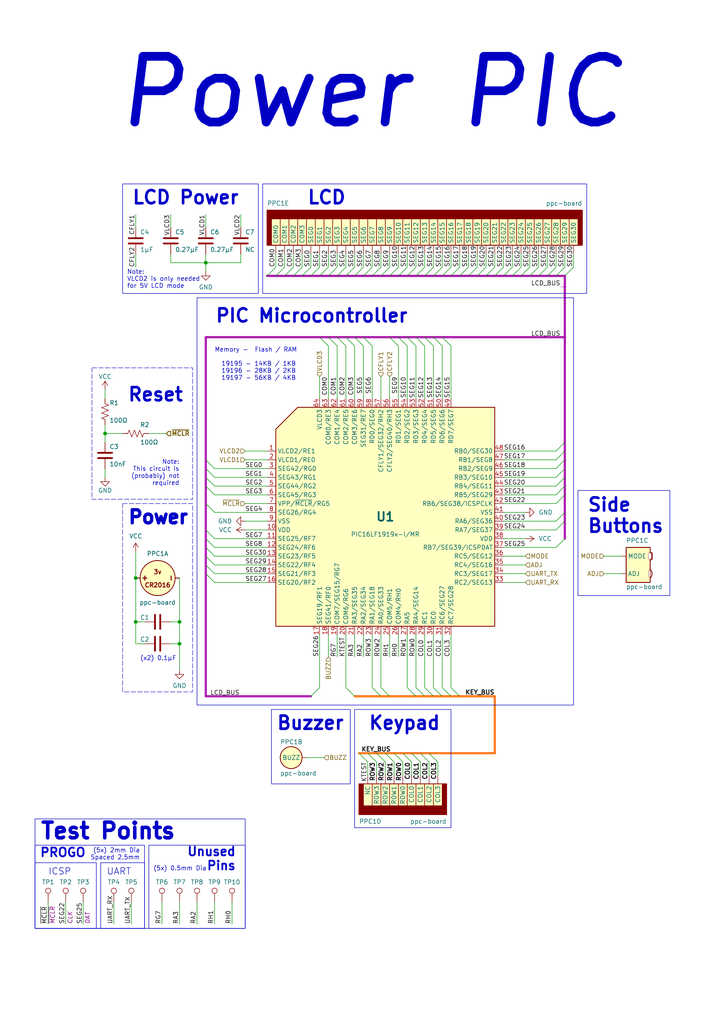
<source format=kicad_sch>
(kicad_sch (version 20220126) (generator eeschema)
  (paper "A4" portrait)
  (title_block (title "Power PIC Calculator Watch") (date "2022-02-07") (rev "1.0") (comment 1 "Designed by Rex McKinnon <0xff@rexploits.com>") (comment 2 "Thanks to Travis for the GoodWatch and nice Casio footprints") (comment 3 "Sheet: 1 / 1"))
  (junction (at 39.37 167.64))
  (junction (at 163.83 83.185) (diameter 0.635) (color 162 18 165 1))
  (junction (at 163.83 97.79) (diameter 0.635) (color 162 18 165 1))
  (junction (at 52.07 186.69))
  (junction (at 52.07 180.34))
  (junction (at 59.69 76.2))
  (junction (at 39.37 180.34))
  (junction (at 30.48 125.73))
  (bus_entry (at 104.14 218.44) (size 2.54 2.54))
  (bus_entry (at 163.83 148.59) (size -2.54 2.54))
  (bus_entry (at 161.29 80.01) (size 2.54 -2.54))
  (bus_entry (at 148.59 80.01) (size 2.54 -2.54))
  (bus_entry (at 100.33 199.39) (size 2.54 2.54))
  (bus_entry (at 59.69 146.05) (size 2.54 2.54))
  (bus_entry (at 151.13 80.01) (size 2.54 -2.54))
  (bus_entry (at 163.83 130.81) (size -2.54 2.54))
  (bus_entry (at 59.69 156.21) (size 2.54 2.54))
  (bus_entry (at 105.41 80.01) (size 2.54 -2.54))
  (bus_entry (at 59.69 166.37) (size 2.54 2.54))
  (bus_entry (at 158.75 80.01) (size 2.54 -2.54))
  (bus_entry (at 102.87 80.01) (size 2.54 -2.54))
  (bus_entry (at 156.21 80.01) (size 2.54 -2.54))
  (bus_entry (at 92.71 97.79) (size 2.54 2.54))
  (bus_entry (at 128.27 80.01) (size 2.54 -2.54))
  (bus_entry (at 85.09 80.01) (size 2.54 -2.54))
  (bus_entry (at 80.01 80.01) (size 2.54 -2.54))
  (bus_entry (at 82.55 80.01) (size 2.54 -2.54))
  (bus_entry (at 95.25 80.01) (size 2.54 -2.54))
  (bus_entry (at 97.79 80.01) (size 2.54 -2.54))
  (bus_entry (at 92.71 80.01) (size 2.54 -2.54))
  (bus_entry (at 90.17 80.01) (size 2.54 -2.54))
  (bus_entry (at 87.63 80.01) (size 2.54 -2.54))
  (bus_entry (at 77.47 80.01) (size 2.54 -2.54))
  (bus_entry (at 123.19 199.39) (size 2.54 2.54))
  (bus_entry (at 125.73 199.39) (size 2.54 2.54))
  (bus_entry (at 130.81 199.39) (size 2.54 2.54))
  (bus_entry (at 128.27 199.39) (size 2.54 2.54))
  (bus_entry (at 113.03 97.79) (size 2.54 2.54))
  (bus_entry (at 138.43 80.01) (size 2.54 -2.54))
  (bus_entry (at 102.87 97.79) (size 2.54 2.54))
  (bus_entry (at 59.69 163.83) (size 2.54 2.54))
  (bus_entry (at 163.83 135.89) (size -2.54 2.54))
  (bus_entry (at 118.11 80.01) (size 2.54 -2.54))
  (bus_entry (at 163.83 138.43) (size -2.54 2.54))
  (bus_entry (at 97.79 97.79) (size 2.54 2.54))
  (bus_entry (at 59.69 158.75) (size 2.54 2.54))
  (bus_entry (at 146.05 80.01) (size 2.54 -2.54))
  (bus_entry (at 115.57 97.79) (size 2.54 2.54))
  (bus_entry (at 116.84 218.44) (size 2.54 2.54))
  (bus_entry (at 119.38 218.44) (size 2.54 2.54))
  (bus_entry (at 121.92 218.44) (size 2.54 2.54))
  (bus_entry (at 124.46 218.44) (size 2.54 2.54))
  (bus_entry (at 114.3 218.44) (size 2.54 2.54))
  (bus_entry (at 106.68 218.44) (size 2.54 2.54))
  (bus_entry (at 109.22 218.44) (size 2.54 2.54))
  (bus_entry (at 111.76 218.44) (size 2.54 2.54))
  (bus_entry (at 163.83 156.21) (size -2.54 2.54))
  (bus_entry (at 105.41 97.79) (size 2.54 2.54))
  (bus_entry (at 59.69 135.89) (size 2.54 2.54))
  (bus_entry (at 120.65 97.79) (size 2.54 2.54))
  (bus_entry (at 128.27 97.79) (size 2.54 2.54))
  (bus_entry (at 123.19 97.79) (size 2.54 2.54))
  (bus_entry (at 125.73 97.79) (size 2.54 2.54))
  (bus_entry (at 163.83 80.01) (size 2.54 -2.54))
  (bus_entry (at 153.67 80.01) (size 2.54 -2.54))
  (bus_entry (at 163.83 128.27) (size -2.54 2.54))
  (bus_entry (at 110.49 80.01) (size 2.54 -2.54))
  (bus_entry (at 59.69 138.43) (size 2.54 2.54))
  (bus_entry (at 123.19 80.01) (size 2.54 -2.54))
  (bus_entry (at 140.97 80.01) (size 2.54 -2.54))
  (bus_entry (at 59.69 133.35) (size 2.54 2.54))
  (bus_entry (at 163.83 151.13) (size -2.54 2.54))
  (bus_entry (at 163.83 133.35) (size -2.54 2.54))
  (bus_entry (at 118.11 97.79) (size 2.54 2.54))
  (bus_entry (at 125.73 80.01) (size 2.54 -2.54))
  (bus_entry (at 143.51 80.01) (size 2.54 -2.54))
  (bus_entry (at 100.33 97.79) (size 2.54 2.54))
  (bus_entry (at 59.69 140.97) (size 2.54 2.54))
  (bus_entry (at 100.33 80.01) (size 2.54 -2.54))
  (bus_entry (at 115.57 80.01) (size 2.54 -2.54))
  (bus_entry (at 118.11 199.39) (size 2.54 2.54))
  (bus_entry (at 110.49 199.39) (size 2.54 2.54))
  (bus_entry (at 120.65 199.39) (size 2.54 2.54))
  (bus_entry (at 107.95 199.39) (size 2.54 2.54))
  (bus_entry (at 59.69 161.29) (size 2.54 2.54))
  (bus_entry (at 95.25 97.79) (size 2.54 2.54))
  (bus_entry (at 59.69 153.67) (size 2.54 2.54))
  (bus_entry (at 120.65 80.01) (size 2.54 -2.54))
  (bus_entry (at 113.03 80.01) (size 2.54 -2.54))
  (bus_entry (at 92.71 199.39) (size -2.54 2.54))
  (bus_entry (at 107.95 80.01) (size 2.54 -2.54))
  (bus_entry (at 135.89 80.01) (size 2.54 -2.54))
  (bus_entry (at 163.83 140.97) (size -2.54 2.54))
  (bus_entry (at 133.35 80.01) (size 2.54 -2.54))
  (bus_entry (at 130.81 80.01) (size 2.54 -2.54))
  (bus_entry (at 163.83 143.51) (size -2.54 2.54))
  (wire (pts (xy 163.83 73.66) (xy 163.83 77.47)))
  (wire (pts (xy 161.29 73.66) (xy 161.29 77.47)))
  (bus (pts (xy 92.71 97.79) (xy 95.25 97.79)) (stroke (width 0.635) (color 162 18 165 1)))
  (bus (pts (xy 59.69 140.97) (xy 59.69 146.05)) (stroke (width 0.635) (color 162 18 165 1)))
  (wire (pts (xy 153.67 73.66) (xy 153.67 77.47)))
  (wire (pts (xy 161.29 138.43) (xy 146.05 138.43)))
  (wire (pts (xy 102.87 73.66) (xy 102.87 77.47)))
  (bus (pts (xy 118.11 97.79) (xy 115.57 97.79)) (stroke (width 0.635) (color 162 18 165 1)))
  (bus (pts (xy 163.83 97.79) (xy 163.83 128.27)) (stroke (width 0.635) (color 162 18 165 1)))
  (wire (pts (xy 69.85 73.66) (xy 69.85 76.2)))
  (wire (pts (xy 115.57 100.33) (xy 115.57 115.57)))
  (bus (pts (xy 113.03 97.79) (xy 115.57 97.79)) (stroke (width 0.635) (color 162 18 165 1)))
  (bus (pts (xy 130.81 201.93) (xy 128.27 201.93)) (stroke (width 0.635) (color 255 109 13 1)))
  (wire (pts (xy 110.49 115.57) (xy 110.49 109.22)))
  (wire (pts (xy 118.11 184.15) (xy 118.11 199.39)))
  (bus (pts (xy 110.49 80.01) (xy 107.95 80.01)) (stroke (width 0.635) (color 162 18 165 1)))
  (bus (pts (xy 100.33 80.01) (xy 97.79 80.01)) (stroke (width 0.635) (color 162 18 165 1)))
  (wire (pts (xy 128.27 184.15) (xy 128.27 199.39)))
  (wire (pts (xy 95.25 73.66) (xy 95.25 77.47)))
  (bus (pts (xy 59.69 97.79) (xy 92.71 97.79)) (stroke (width 0.635) (color 162 18 165 1)))
  (wire (pts (xy 62.23 138.43) (xy 77.47 138.43)))
  (wire (pts (xy 30.48 113.03) (xy 30.48 115.57)))
  (wire (pts (xy 140.97 73.66) (xy 140.97 77.47)))
  (wire (pts (xy 30.48 138.43) (xy 30.48 135.89)))
  (wire (pts (xy 107.95 184.15) (xy 107.95 199.39)))
  (wire (pts (xy 161.29 158.75) (xy 146.05 158.75)))
  (bus (pts (xy 59.69 133.35) (xy 59.69 97.79)) (stroke (width 0.635) (color 162 18 165 1)))
  (bus (pts (xy 163.83 128.27) (xy 163.83 130.81)) (stroke (width 0.635) (color 162 18 165 1)))
  (wire (pts (xy 107.95 73.66) (xy 107.95 77.47)))
  (wire (pts (xy 118.11 73.66) (xy 118.11 77.47)))
  (wire (pts (xy 49.53 66.04) (xy 49.53 62.23)))
  (wire (pts (xy 97.79 100.33) (xy 97.79 115.57)))
  (wire (pts (xy 175.26 161.29) (xy 180.34 161.29)))
  (wire (pts (xy 133.35 73.66) (xy 133.35 77.47)))
  (bus (pts (xy 162.56 83.185) (xy 163.83 83.185)) (stroke (width 0.0002) (color 162 18 165 0.26)))
  (bus (pts (xy 105.41 97.79) (xy 102.87 97.79)) (stroke (width 0.635) (color 162 18 165 1)))
  (bus (pts (xy 97.79 80.01) (xy 95.25 80.01)) (stroke (width 0.635) (color 162 18 165 1)))
  (bus (pts (xy 59.69 146.05) (xy 59.69 153.67)) (stroke (width 0.635) (color 162 18 165 1)))
  (bus (pts (xy 119.38 218.44) (xy 121.92 218.44)) (stroke (width 0.6096) (color 255 109 13 1)))
  (bus (pts (xy 143.51 201.93) (xy 133.35 201.93)) (stroke (width 0.635) (color 255 109 13 1)))
  (bus (pts (xy 102.87 97.79) (xy 100.33 97.79)) (stroke (width 0.635) (color 162 18 165 1)))
  (wire (pts (xy 120.65 73.66) (xy 120.65 77.47)))
  (bus (pts (xy 148.59 80.01) (xy 146.05 80.01)) (stroke (width 0.635) (color 162 18 165 1)))
  (wire (pts (xy 71.12 130.81) (xy 77.47 130.81)))
  (wire (pts (xy 92.71 184.15) (xy 92.71 199.39)))
  (wire (pts (xy 120.65 184.15) (xy 120.65 199.39)))
  (bus (pts (xy 163.83 80.01) (xy 163.83 83.185)) (stroke (width 0.635) (color 162 18 165 1)))
  (wire (pts (xy 148.59 73.66) (xy 148.59 77.47)))
  (bus (pts (xy 120.65 201.93) (xy 123.19 201.93)) (stroke (width 0.635) (color 255 109 13 1)))
  (wire (pts (xy 123.19 73.66) (xy 123.19 77.47)))
  (wire (pts (xy 95.25 190.5) (xy 95.25 184.15)))
  (wire (pts (xy 52.07 167.64) (xy 52.07 180.34)))
  (bus (pts (xy 59.69 201.93) (xy 90.17 201.93)) (stroke (width 0.635) (color 162 18 165 1)))
  (wire (pts (xy 24.13 261.62) (xy 24.13 267.97)))
  (wire (pts (xy 62.23 156.21) (xy 77.47 156.21)))
  (wire (pts (xy 161.29 133.35) (xy 146.05 133.35)))
  (wire (pts (xy 128.27 100.33) (xy 128.27 115.57)))
  (wire (pts (xy 105.41 100.33) (xy 105.41 115.57)))
  (bus (pts (xy 114.3 218.44) (xy 116.84 218.44)) (stroke (width 0.6096) (color 255 109 13 1)))
  (bus (pts (xy 120.65 80.01) (xy 118.11 80.01)) (stroke (width 0.635) (color 162 18 165 1)))
  (wire (pts (xy 71.12 153.67) (xy 77.47 153.67)))
  (wire (pts (xy 125.73 73.66) (xy 125.73 77.47)))
  (bus (pts (xy 102.87 201.93) (xy 110.49 201.93)) (stroke (width 0.635) (color 255 109 13 1)))
  (wire (pts (xy 59.69 62.23) (xy 59.69 66.04)))
  (wire (pts (xy 114.3 220.98) (xy 114.3 224.79)))
  (bus (pts (xy 115.57 80.01) (xy 113.03 80.01)) (stroke (width 0.635) (color 162 18 165 1)))
  (wire (pts (xy 138.43 73.66) (xy 138.43 77.47)))
  (wire (pts (xy 69.85 62.23) (xy 69.85 66.04)))
  (bus (pts (xy 125.73 80.01) (xy 123.19 80.01)) (stroke (width 0.635) (color 162 18 165 1)))
  (bus (pts (xy 123.19 201.93) (xy 125.73 201.93)) (stroke (width 0.635) (color 255 109 13 1)))
  (wire (pts (xy 105.41 73.66) (xy 105.41 77.47)))
  (bus (pts (xy 59.69 138.43) (xy 59.69 135.89)) (stroke (width 0.635) (color 162 18 165 1)))
  (wire (pts (xy 49.53 180.34) (xy 52.07 180.34)))
  (wire (pts (xy 62.23 161.29) (xy 77.47 161.29)))
  (bus (pts (xy 163.83 148.59) (xy 163.83 143.51)) (stroke (width 0.635) (color 162 18 165 1)))
  (bus (pts (xy 135.89 80.01) (xy 133.35 80.01)) (stroke (width 0.635) (color 162 18 165 1)))
  (wire (pts (xy 146.05 156.21) (xy 152.4 156.21)))
  (wire (pts (xy 161.29 143.51) (xy 146.05 143.51)))
  (wire (pts (xy 102.87 100.33) (xy 102.87 115.57)))
  (wire (pts (xy 113.03 73.66) (xy 113.03 77.47)))
  (wire (pts (xy 39.37 160.02) (xy 39.37 167.64)))
  (wire (pts (xy 43.18 125.73) (xy 48.26 125.73)))
  (bus (pts (xy 120.65 97.79) (xy 118.11 97.79)) (stroke (width 0.635) (color 162 18 165 1)))
  (wire (pts (xy 115.57 73.66) (xy 115.57 77.47)))
  (wire (pts (xy 62.23 148.59) (xy 77.47 148.59)))
  (wire (pts (xy 30.48 125.73) (xy 30.48 128.27)))
  (wire (pts (xy 152.4 163.83) (xy 146.05 163.83)))
  (wire (pts (xy 106.68 220.98) (xy 106.68 224.79)))
  (bus (pts (xy 82.55 80.01) (xy 80.01 80.01)) (stroke (width 0.635) (color 162 18 165 1)))
  (bus (pts (xy 146.05 80.01) (xy 143.51 80.01)) (stroke (width 0.635) (color 162 18 165 1)))
  (wire (pts (xy 39.37 180.34) (xy 41.91 180.34)))
  (wire (pts (xy 146.05 73.66) (xy 146.05 77.47)))
  (bus (pts (xy 116.84 218.44) (xy 119.38 218.44)) (stroke (width 0.6096) (color 255 109 13 1)))
  (wire (pts (xy 39.37 167.64) (xy 39.37 180.34)))
  (wire (pts (xy 175.26 166.37) (xy 180.34 166.37)))
  (wire (pts (xy 125.73 184.15) (xy 125.73 199.39)))
  (wire (pts (xy 92.71 115.57) (xy 92.71 109.22)))
  (wire (pts (xy 119.38 220.98) (xy 119.38 224.79)))
  (bus (pts (xy 161.29 80.01) (xy 158.75 80.01)) (stroke (width 0.635) (color 162 18 165 1)))
  (wire (pts (xy 111.76 220.98) (xy 111.76 224.79)))
  (wire (pts (xy 52.07 261.62) (xy 52.07 267.97)))
  (bus (pts (xy 59.69 156.21) (xy 59.69 153.67)) (stroke (width 0.635) (color 162 18 165 1)))
  (wire (pts (xy 120.65 100.33) (xy 120.65 115.57)))
  (wire (pts (xy 152.4 168.91) (xy 146.05 168.91)))
  (bus (pts (xy 163.83 133.35) (xy 163.83 135.89)) (stroke (width 0.635) (color 162 18 165 1)))
  (wire (pts (xy 95.25 100.33) (xy 95.25 115.57)))
  (wire (pts (xy 97.79 184.15) (xy 97.79 190.5)))
  (bus (pts (xy 128.27 97.79) (xy 163.83 97.79)) (stroke (width 0.635) (color 162 18 165 1)))
  (wire (pts (xy 49.53 76.2) (xy 59.69 76.2)))
  (wire (pts (xy 71.12 151.13) (xy 77.47 151.13)))
  (bus (pts (xy 124.46 218.44) (xy 143.51 218.44)) (stroke (width 0.6096) (color 255 109 13 1)))
  (wire (pts (xy 146.05 166.37) (xy 152.4 166.37)))
  (wire (pts (xy 57.15 261.62) (xy 57.15 267.97)))
  (bus (pts (xy 95.25 80.01) (xy 92.71 80.01)) (stroke (width 0.635) (color 162 18 165 1)))
  (bus (pts (xy 100.33 97.79) (xy 97.79 97.79)) (stroke (width 0.635) (color 162 18 165 1)))
  (wire (pts (xy 161.29 135.89) (xy 146.05 135.89)))
  (wire (pts (xy 62.23 163.83) (xy 77.47 163.83)))
  (bus (pts (xy 59.69 201.93) (xy 59.69 166.37)) (stroke (width 0.635) (color 162 18 165 1)))
  (wire (pts (xy 130.81 73.66) (xy 130.81 77.47)))
  (bus (pts (xy 59.69 161.29) (xy 59.69 163.83)) (stroke (width 0.635) (color 162 18 165 1)))
  (wire (pts (xy 87.63 73.66) (xy 87.63 77.47)))
  (wire (pts (xy 85.09 73.66) (xy 85.09 77.47)))
  (wire (pts (xy 80.01 73.66) (xy 80.01 77.47)))
  (wire (pts (xy 107.95 100.33) (xy 107.95 115.57)))
  (bus (pts (xy 109.22 218.44) (xy 111.76 218.44)) (stroke (width 0.6096) (color 255 109 13 1)))
  (bus (pts (xy 59.69 158.75) (xy 59.69 156.21)) (stroke (width 0.635) (color 162 18 165 1)))
  (wire (pts (xy 152.4 161.29) (xy 146.05 161.29)))
  (bus (pts (xy 85.09 80.01) (xy 82.55 80.01)) (stroke (width 0.635) (color 162 18 165 1)))
  (wire (pts (xy 123.19 184.15) (xy 123.19 199.39)))
  (wire (pts (xy 39.37 186.69) (xy 41.91 186.69)))
  (wire (pts (xy 100.33 184.15) (xy 100.33 199.39)))
  (bus (pts (xy 105.41 97.79) (xy 113.03 97.79)) (stroke (width 0.635) (color 162 18 165 1)))
  (wire (pts (xy 128.27 73.66) (xy 128.27 77.47)))
  (bus (pts (xy 113.03 201.93) (xy 120.65 201.93)) (stroke (width 0.635) (color 255 109 13 1)))
  (wire (pts (xy 39.37 62.23) (xy 39.37 66.04)))
  (bus (pts (xy 80.01 80.01) (xy 77.47 80.01)) (stroke (width 0.635) (color 162 18 165 1)))
  (bus (pts (xy 59.69 163.83) (xy 59.69 166.37)) (stroke (width 0.635) (color 162 18 165 1)))
  (wire (pts (xy 110.49 73.66) (xy 110.49 77.47)))
  (bus (pts (xy 104.14 218.44) (xy 106.68 218.44)) (stroke (width 0.6096) (color 255 109 13 1)))
  (wire (pts (xy 143.51 73.66) (xy 143.51 77.47)))
  (bus (pts (xy 113.03 80.01) (xy 110.49 80.01)) (stroke (width 0.635) (color 162 18 165 1)))
  (wire (pts (xy 118.11 100.33) (xy 118.11 115.57)))
  (wire (pts (xy 151.13 73.66) (xy 151.13 77.47)))
  (wire (pts (xy 158.75 73.66) (xy 158.75 77.47)))
  (bus (pts (xy 133.35 201.93) (xy 130.81 201.93)) (stroke (width 0.635) (color 255 109 13 1)))
  (bus (pts (xy 163.83 156.21) (xy 163.83 151.13)) (stroke (width 0.635) (color 162 18 165 1)))
  (wire (pts (xy 62.23 166.37) (xy 77.47 166.37)))
  (bus (pts (xy 163.83 83.185) (xy 163.83 97.79)) (stroke (width 0.635) (color 162 18 165 1)))
  (wire (pts (xy 90.17 73.66) (xy 90.17 77.47)))
  (bus (pts (xy 107.95 80.01) (xy 105.41 80.01)) (stroke (width 0.635) (color 162 18 165 1)))
  (wire (pts (xy 59.69 76.2) (xy 59.69 78.74)))
  (bus (pts (xy 110.49 201.93) (xy 113.03 201.93)) (stroke (width 0.635) (color 255 109 13 1)))
  (wire (pts (xy 62.23 168.91) (xy 77.47 168.91)))
  (bus (pts (xy 163.83 138.43) (xy 163.83 140.97)) (stroke (width 0.635) (color 162 18 165 1)))
  (bus (pts (xy 140.97 80.01) (xy 138.43 80.01)) (stroke (width 0.635) (color 162 18 165 1)))
  (wire (pts (xy 115.57 184.15) (xy 115.57 190.5)))
  (wire (pts (xy 100.33 100.33) (xy 100.33 115.57)))
  (bus (pts (xy 106.68 218.44) (xy 109.22 218.44)) (stroke (width 0.6096) (color 255 109 13 1)))
  (wire (pts (xy 113.03 115.57) (xy 113.03 109.22)))
  (wire (pts (xy 46.99 261.62) (xy 46.99 267.97)))
  (wire (pts (xy 77.47 146.05) (xy 71.12 146.05)))
  (bus (pts (xy 143.51 218.44) (xy 143.51 201.93)) (stroke (width 0.6096) (color 255 109 13 1)))
  (bus (pts (xy 105.41 80.01) (xy 102.87 80.01)) (stroke (width 0.635) (color 162 18 165 1)))
  (wire (pts (xy 105.41 184.15) (xy 105.41 190.5)))
  (wire (pts (xy 116.84 220.98) (xy 116.84 224.79)))
  (wire (pts (xy 110.49 184.15) (xy 110.49 199.39)))
  (wire (pts (xy 97.79 73.66) (xy 97.79 77.47)))
  (wire (pts (xy 38.1 261.62) (xy 38.1 267.97)))
  (wire (pts (xy 82.55 73.66) (xy 82.55 77.47)))
  (bus (pts (xy 87.63 80.01) (xy 85.09 80.01)) (stroke (width 0.635) (color 162 18 165 1)))
  (wire (pts (xy 102.87 184.15) (xy 102.87 190.5)))
  (wire (pts (xy 135.89 73.66) (xy 135.89 77.47)))
  (bus (pts (xy 163.83 140.97) (xy 163.83 143.51)) (stroke (width 0.635) (color 162 18 165 1)))
  (wire (pts (xy 30.48 125.73) (xy 35.56 125.73)))
  (wire (pts (xy 121.92 220.98) (xy 121.92 224.79)))
  (bus (pts (xy 163.83 80.01) (xy 161.29 80.01)) (stroke (width 0.635) (color 162 18 165 1)))
  (bus (pts (xy 95.25 97.79) (xy 97.79 97.79)) (stroke (width 0.635) (color 162 18 165 1)))
  (wire (pts (xy 77.47 133.35) (xy 71.12 133.35)))
  (bus (pts (xy 151.13 80.01) (xy 148.59 80.01)) (stroke (width 0.635) (color 162 18 165 1)))
  (wire (pts (xy 39.37 77.47) (xy 39.37 73.66)))
  (bus (pts (xy 90.17 80.01) (xy 87.63 80.01)) (stroke (width 0.635) (color 162 18 165 1)))
  (wire (pts (xy 62.23 140.97) (xy 77.47 140.97)))
  (wire (pts (xy 130.81 184.15) (xy 130.81 199.39)))
  (bus (pts (xy 156.21 80.01) (xy 153.67 80.01)) (stroke (width 0.635) (color 162 18 165 1)))
  (wire (pts (xy 33.02 261.62) (xy 33.02 267.97)))
  (wire (pts (xy 62.23 158.75) (xy 77.47 158.75)))
  (wire (pts (xy 146.05 148.59) (xy 152.4 148.59)))
  (bus (pts (xy 59.69 140.97) (xy 59.69 138.43)) (stroke (width 0.635) (color 162 18 165 1)))
  (bus (pts (xy 125.73 97.79) (xy 123.19 97.79)) (stroke (width 0.635) (color 162 18 165 1)))
  (bus (pts (xy 130.81 80.01) (xy 128.27 80.01)) (stroke (width 0.635) (color 162 18 165 1)))
  (wire (pts (xy 161.29 130.81) (xy 146.05 130.81)))
  (wire (pts (xy 59.69 76.2) (xy 69.85 76.2)))
  (wire (pts (xy 124.46 220.98) (xy 124.46 224.79)))
  (wire (pts (xy 62.23 261.62) (xy 62.23 267.97)))
  (wire (pts (xy 19.05 261.62) (xy 19.05 267.97)))
  (bus (pts (xy 121.92 218.44) (xy 124.46 218.44)) (stroke (width 0.6096) (color 255 109 13 1)))
  (bus (pts (xy 128.27 97.79) (xy 125.73 97.79)) (stroke (width 0.635) (color 162 18 165 1)))
  (bus (pts (xy 158.75 80.01) (xy 156.21 80.01)) (stroke (width 0.635) (color 162 18 165 1)))
  (wire (pts (xy 100.33 73.66) (xy 100.33 77.47)))
  (wire (pts (xy 62.23 143.51) (xy 77.47 143.51)))
  (wire (pts (xy 30.48 123.19) (xy 30.48 125.73)))
  (wire (pts (xy 125.73 100.33) (xy 125.73 115.57)))
  (bus (pts (xy 92.71 80.01) (xy 90.17 80.01)) (stroke (width 0.635) (color 162 18 165 1)))
  (wire (pts (xy 39.37 180.34) (xy 39.37 186.69)))
  (wire (pts (xy 13.97 261.62) (xy 13.97 267.97)))
  (wire (pts (xy 52.07 186.69) (xy 52.07 194.31)))
  (bus (pts (xy 118.11 80.01) (xy 115.57 80.01)) (stroke (width 0.635) (color 162 18 165 1)))
  (wire (pts (xy 62.23 135.89) (xy 77.47 135.89)))
  (wire (pts (xy 49.53 186.69) (xy 52.07 186.69)))
  (wire (pts (xy 93.98 219.71) (xy 88.9 219.71)))
  (wire (pts (xy 113.03 184.15) (xy 113.03 190.5)))
  (bus (pts (xy 123.19 97.79) (xy 120.65 97.79)) (stroke (width 0.635) (color 162 18 165 1)))
  (bus (pts (xy 138.43 80.01) (xy 135.89 80.01)) (stroke (width 0.635) (color 162 18 165 1)))
  (wire (pts (xy 92.71 73.66) (xy 92.71 77.47)))
  (bus (pts (xy 123.19 80.01) (xy 120.65 80.01)) (stroke (width 0.635) (color 162 18 165 1)))
  (wire (pts (xy 52.07 180.34) (xy 52.07 186.69)))
  (bus (pts (xy 153.67 80.01) (xy 151.13 80.01)) (stroke (width 0.635) (color 162 18 165 1)))
  (wire (pts (xy 127 220.98) (xy 127 224.79)))
  (wire (pts (xy 161.29 153.67) (xy 146.05 153.67)))
  (bus (pts (xy 102.87 80.01) (xy 100.33 80.01)) (stroke (width 0.635) (color 162 18 165 1)))
  (bus (pts (xy 128.27 80.01) (xy 125.73 80.01)) (stroke (width 0.635) (color 162 18 165 1)))
  (bus (pts (xy 163.83 130.81) (xy 163.83 133.35)) (stroke (width 0.635) (color 162 18 165 1)))
  (wire (pts (xy 156.21 73.66) (xy 156.21 77.47)))
  (wire (pts (xy 123.19 100.33) (xy 123.19 115.57)))
  (wire (pts (xy 130.81 100.33) (xy 130.81 115.57)))
  (wire (pts (xy 161.29 146.05) (xy 146.05 146.05)))
  (wire (pts (xy 49.53 73.66) (xy 49.53 76.2)))
  (bus (pts (xy 111.76 218.44) (xy 114.3 218.44)) (stroke (width 0.6096) (color 255 109 13 1)))
  (bus (pts (xy 163.83 151.13) (xy 163.83 148.59)) (stroke (width 0.635) (color 162 18 165 1)))
  (wire (pts (xy 161.29 140.97) (xy 146.05 140.97)))
  (bus (pts (xy 59.69 161.29) (xy 59.69 158.75)) (stroke (width 0.635) (color 162 18 165 1)))
  (wire (pts (xy 161.29 151.13) (xy 146.05 151.13)))
  (wire (pts (xy 166.37 73.66) (xy 166.37 77.47)))
  (wire (pts (xy 59.69 73.66) (xy 59.69 76.2)))
  (wire (pts (xy 67.31 261.62) (xy 67.31 267.97)))
  (bus (pts (xy 163.83 135.89) (xy 163.83 138.43)) (stroke (width 0.635) (color 162 18 165 1)))
  (bus (pts (xy 133.35 80.01) (xy 130.81 80.01)) (stroke (width 0.635) (color 162 18 165 1)))
  (bus (pts (xy 59.69 135.89) (xy 59.69 133.35)) (stroke (width 0.635) (color 162 18 165 1)))
  (bus (pts (xy 128.27 201.93) (xy 125.73 201.93)) (stroke (width 0.635) (color 255 109 13 1)))
  (wire (pts (xy 109.22 220.98) (xy 109.22 224.79)))
  (bus (pts (xy 143.51 80.01) (xy 140.97 80.01)) (stroke (width 0.635) (color 162 18 165 1)))
  (rectangle (start 35.56 53.34) (end 74.93 85.09) (stroke (width 0.1524)))
  (rectangle (start 167.64 142.24) (end 194.31 172.72) (stroke (width 0.1524)))
  (rectangle (start 10.16 245.11) (end 41.91 269.24) (stroke (width 0.1524)))
  (rectangle (start 35.56 146.05) (end 55.88 200.66) (stroke (width 0.127) (type dash)))
  (rectangle (start 26.67 106.68) (end 55.88 144.78) (stroke (width 0.127) (type dash)))
  (rectangle (start 10.16 250.19) (end 27.94 269.24) (stroke (width 0.1524)))
  (rectangle (start 102.87 205.74) (end 130.81 240.03) (stroke (width 0.1524)))
  (rectangle (start 78.74 205.74) (end 101.6 227.33) (stroke (width 0.1524)))
  (rectangle (start 29.21 250.19) (end 41.91 269.24) (stroke (width 0.1524)))
  (rectangle (start 10.16 237.49) (end 71.12 269.24) (stroke (width 0.1524)))
  (rectangle (start 57.15 86.36) (end 166.37 204.47) (stroke (width 0.1524)))
  (rectangle (start 43.18 245.11) (end 71.12 269.24) (stroke (width 0.1524)))
  (rectangle (start 76.2 53.34) (end 170.18 85.09) (stroke (width 0.1524)))
  (text "Keypad" (at 106.68 212.09 0) (effects (font (size 3.81 3.81) bold) (justify left bottom)))
  (text "Reset" (at 36.83 116.84 0) (effects (font (size 3.81 3.81) bold) (justify left bottom)))
  (text "ICSP" (at 13.97 254 0) (effects (font (size 1.905 1.905)) (justify left bottom)))
  (text "LCD" (at 88.9 59.69 0) (effects (font (size 3.81 3.81) bold) (justify left bottom)))
  (text "Memory -  Flash / RAM\n\n  19195 - 14KB / 1KB\n  19196 - 28KB / 2KB\n  19197 - 56KB / 4KB" (at 62.23 110.49 0) (effects (font (size 1.27 1.27)) (justify left bottom)))
  (text "Unused\nPins" (at 68.58 252.73 0) (effects (font (size 2.54 2.54) bold) (justify right bottom)))
  (text "Note:\nThis circuit is\n(probably) not\nrequired" (at 52.07 140.97 0) (effects (font (size 1.27 1.27)) (justify right bottom)))
  (text "Power PIC" (at 33.02 38.1 0) (effects (font (size 19.05 19.05) (thickness 2.54) bold italic) (justify left bottom)))
  (text "(5x) 2mm Dia\nSpaced 2.5mm" (at 40.64 249.555 0) (effects (font (size 1.27 1.27)) (justify right bottom)))
  (text "Buzzer" (at 80.01 212.09 0) (effects (font (size 3.81 3.81) bold) (justify left bottom)))
  (text "(5x) 0.5mm Dia" (at 44.45 252.73 0) (effects (font (size 1.27 1.27)) (justify left bottom)))
  (text "Side\nButtons" (at 170.18 154.94 0) (effects (font (size 3.81 3.81) bold) (justify left bottom)))
  (text "UART" (at 38.1 254 0) (effects (font (size 1.905 1.905)) (justify right bottom)))
  (text "(x2) ${0f8e14ae-a999-4c89-a12e-58f0c4205c7e:VALUE}" (at 40.64 191.77 0) (effects (font (size 1.27 1.27)) (justify left bottom)))
  (text "LCD Power" (at 38.1 59.69 0) (effects (font (size 3.81 3.81) bold) (justify left bottom)))
  (text "Test Points" (at 11.43 243.84 0) (effects (font (size 4.572 4.572) (thickness 1.016) bold) (justify left bottom)))
  (text "PROGO" (at 11.43 248.92 0) (effects (font (size 2.54 2.54) bold) (justify left bottom)))
  (text "Note:\nVLCD2 is only needed\nfor 5V LCD mode" (at 36.83 83.82 0) (effects (font (size 1.27 1.27)) (justify left bottom)))
  (text "PIC Microcontroller" (at 62.23 93.98 0) (effects (font (size 3.81 3.81) bold) (justify left bottom)))
  (text "Power" (at 36.83 152.4 0) (effects (font (size 3.81 3.81) (thickness 1.016) bold) (justify left bottom)))
  (label "COM1" (at 97.79 109.22 90))
  (label "ROW1" (at 114.3 220.98 90) (effects (font bold)))
  (label "SEG22" (at 152.4 146.05 0))
  (label "LCD_BUS" (at 60.96 201.93 0))
  (label "SEG25" (at 153.67 77.47 90))
  (label "SEG8" (at 110.49 77.47 90))
  (label "COM2" (at 85.09 77.47 90))
  (label "SEG22" (at 146.05 77.47 90))
  (label "SEG3" (at 71.12 143.51 0))
  (label "SEG20" (at 152.4 140.97 0))
  (label "COL3" (at 130.81 190.5 90))
  (label "VLCD1" (at 59.69 62.23 90))
  (label "SEG10" (at 118.11 109.22 90))
  (label "COM1" (at 82.55 77.47 90))
  (label "RH0" (at 115.57 190.5 90))
  (label "SEG27" (at 71.12 168.91 0))
  (label "KTEST" (at 106.68 220.98 90))
  (label "SEG15" (at 130.81 109.22 90))
  (label "RG7" (at 46.99 267.97 90))
  (label "SEG14" (at 125.73 77.47 90))
  (label "SEG5" (at 105.41 109.22 90))
  (label "SEG24" (at 152.4 153.67 0))
  (label "VLCD3" (at 49.53 62.23 90))
  (label "COL1" (at 121.92 220.98 90) (effects (font bold)))
  (label "SEG12" (at 123.19 109.22 90))
  (label "LCD_BUS" (at 162.56 83.185 0))
  (label "COL2" (at 124.46 220.98 90) (effects (font bold)))
  (label "SEG29" (at 163.83 77.47 90))
  (label "CFLY2" (at 39.37 77.47 90))
  (label "COM0" (at 95.25 109.22 90))
  (label "COM3" (at 102.87 109.22 90))
  (label "SEG23" (at 148.59 77.47 90))
  (label "RA3" (at 52.07 267.97 90))
  (label "SEG12" (at 120.65 77.47 90))
  (label "SEG24" (at 151.13 77.47 90))
  (label "SEG13" (at 123.19 77.47 90))
  (label "COL1" (at 125.73 190.5 90))
  (label "KEY_BUS" (at 143.51 201.93 0) (effects (font bold)))
  (label "SEG0" (at 71.12 135.89 0))
  (label "COM0" (at 80.01 77.47 90))
  (label "SEG6" (at 107.95 109.22 90))
  (label "SEG26" (at 156.21 77.47 90))
  (label "SEG1" (at 71.12 138.43 0))
  (label "UART_RX" (at 33.02 267.97 90))
  (label "COL3" (at 127 220.98 90) (effects (font bold)))
  (label "SEG16" (at 130.81 77.47 90))
  (label "SEG1" (at 92.71 77.47 90))
  (label "SEG7" (at 107.95 77.47 90))
  (label "SEG4" (at 71.12 148.59 0))
  (label "COL0" (at 119.38 220.98 90) (effects (font bold)))
  (label "SEG25" (at 152.4 158.75 0))
  (label "SEG18" (at 135.89 77.47 90))
  (label "SEG27" (at 158.75 77.47 90))
  (label "SEG15" (at 128.27 77.47 90))
  (label "RA3" (at 102.87 190.5 90))
  (label "ROW2" (at 110.49 190.5 90))
  (label "SEG2" (at 71.12 140.97 0))
  (label "KTEST" (at 100.33 190.5 90))
  (label "SEG5" (at 102.87 77.47 90))
  (label "SEG19" (at 152.4 138.43 0))
  (label "ROW0" (at 120.65 190.5 90))
  (label "ROW3" (at 107.95 190.5 90))
  (label "KEY_BUS" (at 104.775 218.44 0) (effects (font bold)))
  (label "RG7" (at 97.79 190.5 90))
  (label "~{MCLR}" (at 13.97 267.97 90) (property "ICSP" "~{MCLR}" (at 15.24 267.97 90) (effects (font italic) (justify left))))
  (label "SEG23" (at 152.4 151.13 0))
  (label "SEG16" (at 152.4 130.81 0))
  (label "SEG3" (at 97.79 77.47 90))
  (label "COL0" (at 123.19 190.5 90))
  (label "SEG29" (at 71.12 163.83 0))
  (label "SEG22" (at 19.05 267.97 90) (property "ICSP" "CLK" (at 20.32 267.97 90) (effects (font italic) (justify left))))
  (label "ROW1" (at 118.11 190.5 90))
  (label "SEG11" (at 120.65 109.22 90))
  (label "SEG8" (at 71.12 158.75 0))
  (label "SEG9" (at 115.57 109.22 90))
  (label "UART_TX" (at 38.1 267.97 90))
  (label "SEG20" (at 140.97 77.47 90))
  (label "SEG21" (at 152.4 143.51 0))
  (label "ROW3" (at 109.22 220.98 90) (effects (font bold)))
  (label "SEG30" (at 71.12 161.29 0))
  (label "COL2" (at 128.27 190.5 90))
  (label "ROW2" (at 111.76 220.98 90) (effects (font bold)))
  (label "RA2" (at 105.41 190.5 90))
  (label "COM2" (at 100.33 109.22 90))
  (label "SEG9" (at 113.03 77.47 90))
  (label "LCD_BUS" (at 162.56 97.79 0))
  (label "ROW0" (at 116.84 220.98 90) (effects (font bold)))
  (label "SEG14" (at 128.27 109.22 90))
  (label "SEG17" (at 133.35 77.47 90))
  (label "SEG7" (at 71.12 156.21 0))
  (label "SEG25" (at 24.13 267.97 90) (property "ICSP" "DAT" (at 25.4 267.97 90) (effects (font italic) (justify left))))
  (label "SEG28" (at 161.29 77.47 90))
  (label "SEG26" (at 92.71 190.5 90))
  (label "SEG2" (at 95.25 77.47 90))
  (label "CFLY1" (at 39.37 62.23 90))
  (label "SEG30" (at 166.37 77.47 90))
  (label "SEG6" (at 105.41 77.47 90))
  (label "SEG19" (at 138.43 77.47 90))
  (label "SEG17" (at 152.4 133.35 0))
  (label "RH1" (at 113.03 190.5 90))
  (label "VLCD2" (at 69.85 62.23 90))
  (label "SEG18" (at 152.4 135.89 0))
  (label "SEG11" (at 118.11 77.47 90))
  (label "SEG28" (at 71.12 166.37 0))
  (label "SEG10" (at 115.57 77.47 90))
  (label "RH0" (at 67.31 267.97 90))
  (label "RH1" (at 62.23 267.97 90))
  (label "COM3" (at 87.63 77.47 90))
  (label "RA2" (at 57.15 267.97 90))
  (label "SEG0" (at 90.17 77.47 90))
  (label "SEG21" (at 143.51 77.47 90))
  (label "SEG4" (at 100.33 77.47 90))
  (label "SEG13" (at 125.73 109.22 90))
  (hierarchical_label "VLCD3" (shape input) (at 92.71 109.22 90))
  (hierarchical_label "BUZZ" (shape input) (at 95.25 190.5 270))
  (hierarchical_label "VLCD1" (shape input) (at 71.12 133.35 180))
  (hierarchical_label "CFLY2" (shape input) (at 113.03 109.22 90))
  (hierarchical_label "~{MCLR}" (shape input) (at 48.26 125.73 0) (effects (font bold)))
  (hierarchical_label "CFLY1" (shape input) (at 110.49 109.22 90))
  (hierarchical_label "VLCD2" (shape input) (at 71.12 130.81 180))
  (hierarchical_label "MODE" (shape input) (at 152.4 161.29 0))
  (hierarchical_label "~{MCLR}" (shape input) (at 71.12 146.05 180))
  (hierarchical_label "ADJ" (shape input) (at 175.26 166.37 180))
  (hierarchical_label "ADJ" (shape input) (at 152.4 163.83 0))
  (hierarchical_label "BUZZ" (shape input) (at 93.98 219.71 0))
  (hierarchical_label "UART_RX" (shape input) (at 152.4 168.91 0))
  (hierarchical_label "UART_TX" (shape input) (at 152.4 166.37 0))
  (hierarchical_label "MODE" (shape input) (at 175.26 161.29 180))
  (symbol (lib_id "Device:R_US") (at 30.48 119.38 180) (unit 1)
    (property "Reference" "R1" (at 31.75 116.84 0) (effects (justify right)))
    (property "Value" "100Ω" (at 31.75 121.92 0) (effects (justify right)))
    (property "Footprint" "Resistor_SMD:R_0402_1005Metric" (effects hide))
  )
  (symbol (lib_id "Device:C") (at 49.53 69.85 0) (unit 1)
    (property "Reference" "C5" (at 50.8 67.31 0) (effects (justify left)))
    (property "Value" "0.27μF" (at 50.8 72.39 0) (effects (justify left)))
    (property "Footprint" "Capacitor_SMD:C_0402_1005Metric" (effects hide))
  )
  (symbol (lib_id "Device:C") (at 45.72 180.34 270) (unit 1)
    (property "Reference" "C1" (at 40.64 179.07 90) (effects (justify left)))
    (property "Value" "0.1μF" (effects hide))
    (property "Footprint" "Capacitor_SMD:C_0402_1005Metric" (effects hide))
  )
  (symbol (lib_id "Connector:TestPoint") (at 62.23 261.62 0) (unit 1)
    (property "Reference" "TP9" (at 62.23 256.54 0) (effects (justify bottom)))
    (property "Value" "RH1" (effects hide))
    (property "Footprint" "ppc-watch:TestPoint_Pad_D0.5mm" (effects hide))
  )
  (symbol (lib_id "Device:R_US") (at 39.37 125.73 90) (unit 1)
    (property "Reference" "R2" (at 40.64 123.19 90) (effects (justify right)))
    (property "Value" "100Ω" (at 40.64 128.27 90) (effects (justify right)))
    (property "Footprint" "Resistor_SMD:R_0402_1005Metric" (effects hide))
  )
  (symbol (lib_id "Connector:TestPoint") (at 24.13 261.62 0) (unit 1)
    (property "Reference" "TP3" (at 24.13 256.54 0) (effects (justify bottom)))
    (property "Value" "ICSP_DAT" (effects hide))
    (property "Footprint" "ppc-watch:Progo_Pad_D2.0mm" (effects hide))
  )
  (symbol (lib_id "power:GND") (at 152.4 148.59 90) (unit 1)
    (property "Reference" "#PWR04" (effects hide))
    (property "Value" "GND" (at 156.21 148.59 90) (effects (justify right)))
  )
  (symbol (lib_name "ppc-board_3") (lib_id "ppc-watch:ppc-board") (at 184.15 163.83 0) (unit 3)
    (property "Reference" "PPC1" (at 181.61 157.48 0) (effects (justify left bottom)))
    (property "Value" "ppc-board" (at 181.61 170.18 0) (effects (justify left)))
    (property "Footprint" "ppc-watch:ppc-board" (effects hide))
  )
  (symbol (lib_id "power:VCC") (at 152.4 156.21 270) (unit 1)
    (property "Reference" "#PWR05" (effects hide))
    (property "Value" "VCC" (at 156.21 156.21 90) (effects (justify left)))
  )
  (symbol (lib_id "power:GND") (at 59.69 78.74 0) (unit 1)
    (property "Reference" "#PWR03" (effects hide))
    (property "Value" "GND" (at 59.69 82.55 0) (effects (justify top)))
  )
  (symbol (lib_id "Connector:TestPoint") (at 38.1 261.62 0) (unit 1)
    (property "Reference" "TP5" (at 38.1 256.54 0) (effects (justify bottom)))
    (property "Value" "UART_TX" (effects hide))
    (property "Footprint" "ppc-watch:Progo_Pad_D2.0mm" (effects hide))
  )
  (symbol (lib_id "Connector:TestPoint") (at 57.15 261.62 0) (unit 1)
    (property "Reference" "TP8" (at 57.15 256.54 0) (effects (justify bottom)))
    (property "Value" "RA2" (effects hide))
    (property "Footprint" "ppc-watch:TestPoint_Pad_D0.5mm" (effects hide))
  )
  (symbol (lib_id "power:GND") (at 30.48 138.43 0) (unit 1)
    (property "Reference" "#PWR0101" (effects hide))
    (property "Value" "GND" (at 30.48 142.24 0))
  )
  (symbol (lib_id "Connector:TestPoint") (at 67.31 261.62 0) (unit 1)
    (property "Reference" "TP10" (at 67.31 256.54 0) (effects (justify bottom)))
    (property "Value" "RH0" (effects hide))
    (property "Footprint" "ppc-watch:TestPoint_Pad_D0.5mm" (effects hide))
  )
  (symbol (lib_id "Connector:TestPoint") (at 13.97 261.62 0) (unit 1)
    (property "Reference" "TP1" (at 13.97 256.54 0) (effects (justify bottom)))
    (property "Value" "~{MCLR}" (effects hide))
    (property "Footprint" "ppc-watch:Progo_Pad_D2.0mm" (effects hide))
  )
  (symbol (lib_id "Device:C") (at 30.48 132.08 180) (unit 1)
    (property "Reference" "C3" (at 31.75 129.54 0) (effects (justify right)))
    (property "Value" "10nF" (at 31.75 134.62 0) (effects (justify right)))
    (property "Footprint" "Capacitor_SMD:C_0402_1005Metric" (effects hide))
  )
  (symbol (lib_id "power:GND") (at 52.07 194.31 0) (unit 1)
    (property "Reference" "#PWR02" (effects hide))
    (property "Value" "GND" (at 52.07 198.12 0) (effects (justify top)))
  )
  (symbol (lib_id "Device:C") (at 39.37 69.85 0) (unit 1)
    (property "Reference" "C4" (at 40.64 67.31 0) (effects (justify left)))
    (property "Value" "1μF" (at 40.64 72.39 0) (effects (justify left)))
    (property "Footprint" "Capacitor_SMD:C_0402_1005Metric" (effects hide))
  )
  (symbol (lib_id "ppc-watch:PIC16F1919x-xMR") (at 111.76 149.86 0) (unit 1)
    (property "Reference" "U1" (at 111.76 149.86 0) (effects (font (size 2.54 2.54) bold)))
    (property "Value" "PIC16LF1919x-I/MR" (at 111.76 154.94 0))
    (property "Footprint" "Package_DFN_QFN:QFN-64-1EP_9x9mm_P0.5mm_EP5.4x5.4mm" (effects hide))
    (property "Datasheet" "http://ww1.microchip.com/downloads/en/DeviceDoc/PIC16LF19195-6-7-Data-Sheet-40001873D.pdf" (effects hide))
  )
  (symbol (lib_id "power:VCC") (at 39.37 160.02 0) (unit 1)
    (property "Reference" "#PWR01" (effects hide))
    (property "Value" "VCC" (at 39.37 156.21 0) (effects (justify bottom)))
  )
  (symbol (lib_id "power:GND") (at 71.12 151.13 270) (unit 1)
    (property "Reference" "#PWR0103" (effects hide))
    (property "Value" "GND" (at 67.31 151.13 90) (effects (justify right)))
  )
  (symbol (lib_id "Connector:TestPoint") (at 19.05 261.62 0) (unit 1)
    (property "Reference" "TP2" (at 19.05 256.54 0) (effects (justify bottom)))
    (property "Value" "ICSP_CLK" (effects hide))
    (property "Footprint" "ppc-watch:Progo_Pad_D2.0mm" (effects hide))
  )
  (symbol (lib_id "Device:C") (at 69.85 69.85 0) (unit 1)
    (property "Reference" "C7" (at 71.12 67.31 0) (effects (justify left)))
    (property "Value" "NC" (at 71.12 72.39 0) (effects (justify left)))
    (property "Footprint" "Capacitor_SMD:C_0402_1005Metric" (effects hide))
  )
  (symbol (lib_id "ppc-watch:ppc-board") (at 121.92 67.31 90) (unit 5)
    (property "Reference" "PPC1" (at 77.47 59.69 90) (effects (justify right top)))
    (property "Value" "ppc-board" (at 168.91 59.69 90) (effects (justify left top)))
    (property "Footprint" "ppc-watch:ppc-board" (effects hide))
  )
  (symbol (lib_id "Connector:TestPoint") (at 33.02 261.62 0) (unit 1)
    (property "Reference" "TP4" (at 33.02 256.54 0) (effects (justify bottom)))
    (property "Value" "UART_RX" (effects hide))
    (property "Footprint" "ppc-watch:Progo_Pad_D2.0mm" (effects hide))
  )
  (symbol (lib_id "Connector:TestPoint") (at 46.99 261.62 0) (unit 1)
    (property "Reference" "TP6" (at 46.99 256.54 0) (effects (justify bottom)))
    (property "Value" "RG7" (effects hide))
    (property "Footprint" "ppc-watch:TestPoint_Pad_D0.5mm" (effects hide))
  )
  (symbol (lib_id "Device:C") (at 59.69 69.85 0) (unit 1)
    (property "Reference" "C6" (at 60.96 67.31 0) (effects (justify left)))
    (property "Value" "0.27μF" (at 60.96 72.39 0) (effects (justify left)))
    (property "Footprint" "Capacitor_SMD:C_0402_1005Metric" (effects hide))
  )
  (symbol (lib_id "Connector:TestPoint") (at 52.07 261.62 0) (unit 1)
    (property "Reference" "TP7" (at 52.07 256.54 0) (effects (justify bottom)))
    (property "Value" "RA3" (effects hide))
    (property "Footprint" "ppc-watch:TestPoint_Pad_D0.5mm" (effects hide))
  )
  (symbol (lib_id "power:VCC") (at 71.12 153.67 90) (unit 1)
    (property "Reference" "#PWR0104" (effects hide))
    (property "Value" "VCC" (at 67.31 153.67 90) (effects (justify left)))
  )
  (symbol (lib_name "ppc-board_2") (lib_id "ppc-watch:ppc-board") (at 116.84 231.14 90) (unit 4)
    (property "Reference" "PPC1" (at 104.14 237.49 90) (effects (justify right bottom)))
    (property "Value" "ppc-board" (at 129.54 237.49 90) (effects (justify left bottom)))
    (property "Footprint" "ppc-watch:ppc-board" (effects hide))
  )
  (symbol (lib_id "Device:C") (at 45.72 186.69 270) (unit 1)
    (property "Reference" "C2" (at 40.64 185.42 90) (effects (justify left)))
    (property "Value" "0.1μF" (effects hide))
    (property "Footprint" "Capacitor_SMD:C_0402_1005Metric" (effects hide))
  )
  (symbol (lib_id "power:VCC") (at 30.48 113.03 0) (unit 1)
    (property "Reference" "#PWR0102" (effects hide))
    (property "Value" "VCC" (at 30.48 109.22 0))
  )
  (symbol (lib_name "ppc-board_1") (lib_id "ppc-watch:ppc-board") (at 45.72 167.64 0) (unit 1)
    (property "Reference" "PPC1" (at 45.72 161.29 0) (effects (justify bottom)))
    (property "Value" "ppc-board" (at 45.72 173.99 0) (effects (justify top)))
    (property "Footprint" "ppc-watch:ppc-board" (effects hide))
  )
  (symbol (lib_id "ppc-watch:ppc-board") (at 85.09 219.71 0) (unit 2)
    (property "Reference" "PPC1" (at 81.28 215.9 0) (effects (justify left bottom)))
    (property "Value" "ppc-board" (at 81.28 223.52 0) (effects (justify left top)))
    (property "Footprint" "ppc-watch:ppc-board" (effects hide))
  )
)
</source>
